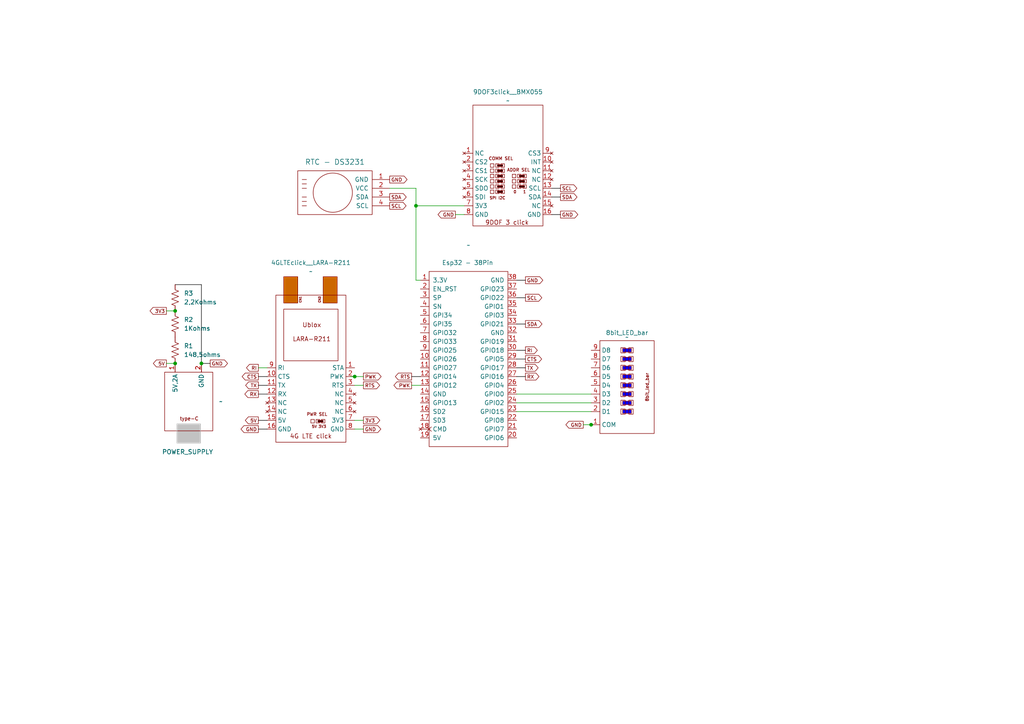
<source format=kicad_sch>
(kicad_sch (version 20250114) (generator "eeschema") (generator_version "9.0")
  (paper "A4")
  (lib_symbols
    (symbol "Device:R_US" (pin_numbers (hide yes)) (pin_names (offset 0))
      (property "Reference" "R" (at 2.54 0 90))
      (property "Value" "R_US" (at -2.54 0 90))
      (symbol "R_US_0_1"
        (polyline (pts (xy 0 2.286) (xy 0 2.54)))
        (polyline (pts (xy 0 2.286) (xy 1.016 1.905) (xy 0 1.524) (xy -1.016 1.143) (xy 0 0.762)))
        (polyline (pts (xy 0 0.762) (xy 1.016 0.381) (xy 0 0) (xy -1.016 -0.381) (xy 0 -0.762)))
        (polyline (pts (xy 0 -0.762) (xy 1.016 -1.143) (xy 0 -1.524) (xy -1.016 -1.905) (xy 0 -2.286)))
        (polyline (pts (xy 0 -2.286) (xy 0 -2.54)))
      )
      (symbol "R_US_1_1"
        (pin passive line (at 0 3.81 270) (length 1.27) (name "~") (number "1"))
        (pin passive line (at 0 -3.81 90) (length 1.27) (name "~") (number "2"))
      )
    )
    (symbol "megasaturnv_custom_components:RTC_DS3231" (pin_names (offset 1.016))
      (property "Value" "RTC - DS3231" (at -0.635 10.16 0))
      (symbol "RTC_DS3231_0_1"
        (polyline (pts (xy -10.16 5.08) (xy -8.89 5.08)))
        (polyline (pts (xy -10.16 3.81) (xy -8.89 3.81)))
        (polyline (pts (xy -10.16 2.54) (xy -8.89 2.54)))
        (polyline (pts (xy -10.16 0) (xy -8.89 0)))
        (polyline (pts (xy -10.16 -1.27) (xy -8.89 -1.27)))
        (polyline (pts (xy -10.16 -2.54) (xy -8.89 -2.54)))
        (circle (center -1.27 1.27) (radius 5.6896))
      )
      (symbol "RTC_DS3231_1_1"
        (rectangle (start -11.43 7.62) (end 10.16 -5.08))
        (pin power_in line (at 15.24 5.08 180) (length 5.08) (name "GND") (number "1"))
        (pin power_in line (at 15.24 2.54 180) (length 5.08) (name "VCC") (number "2"))
        (pin bidirectional line (at 15.24 0 180) (length 5.08) (name "SDA") (number "3"))
        (pin input line (at 15.24 -2.54 180) (length 5.08) (name "SCL") (number "4"))
      )
    )
    (symbol "mighty_esp32_38_pins-custom_library:esp32_38_pins-custom_library" (pin_names (offset 1.016))
      (property "Reference" "Esp32 - 38Pin" (at 8.636 10.16 0))
      (property "Value" "~" (at 8.89 15.24 0))
      (symbol "esp32_38_pins-custom_library_0_1"
        (rectangle (start -2.54 7.62) (end 20.32 -43.18))
      )
      (symbol "esp32_38_pins-custom_library_1_1"
        (pin power_out line (at -5.08 5.08 0) (length 2.54) (name "3.3V") (number "1"))
        (pin bidirectional line (at -5.08 2.54 0) (length 2.54) (name "EN_RST") (number "2"))
        (pin input line (at -5.08 0 0) (length 2.54) (name "SP") (number "3"))
        (pin input line (at -5.08 -2.54 0) (length 2.54) (name "SN") (number "4"))
        (pin input line (at -5.08 -5.08 0) (length 2.54) (name "GPI34") (number "5"))
        (pin input line (at -5.08 -7.62 0) (length 2.54) (name "GPI35") (number "6"))
        (pin bidirectional line (at -5.08 -10.16 0) (length 2.54) (name "GPIO32") (number "7"))
        (pin bidirectional line (at -5.08 -12.7 0) (length 2.54) (name "GPIO33") (number "8"))
        (pin bidirectional line (at -5.08 -15.24 0) (length 2.54) (name "GPIO25") (number "9"))
        (pin bidirectional line (at -5.08 -17.78 0) (length 2.54) (name "GPIO26") (number "10"))
        (pin bidirectional line (at -5.08 -20.32 0) (length 2.54) (name "GPIO27") (number "11"))
        (pin bidirectional line (at -5.08 -22.86 0) (length 2.54) (name "GPIO14") (number "12"))
        (pin bidirectional line (at -5.08 -25.4 0) (length 2.54) (name "GPIO12") (number "13"))
        (pin passive line (at -5.08 -27.94 0) (length 2.54) (name "GND") (number "14"))
        (pin bidirectional line (at -5.08 -30.48 0) (length 2.54) (name "GPIO13") (number "15"))
        (pin bidirectional line (at -5.08 -33.02 0) (length 2.54) (name "SD2") (number "16"))
        (pin bidirectional line (at -5.08 -35.56 0) (length 2.54) (name "SD3") (number "17"))
        (pin no_connect non_logic (at -5.08 -38.1 0) (length 2.54) (name "CMD") (number "18"))
        (pin power_in line (at -5.08 -40.64 0) (length 2.54) (name "5V") (number "19"))
        (pin passive line (at 22.86 5.08 180) (length 2.54) (name "GND") (number "38"))
        (pin bidirectional line (at 22.86 2.54 180) (length 2.54) (name "GPIO23") (number "37"))
        (pin bidirectional line (at 22.86 0 180) (length 2.54) (name "GPIO22") (number "36"))
        (pin bidirectional line (at 22.86 -2.54 180) (length 2.54) (name "GPIO1") (number "35"))
        (pin bidirectional line (at 22.86 -5.08 180) (length 2.54) (name "GPIO3") (number "34"))
        (pin bidirectional line (at 22.86 -7.62 180) (length 2.54) (name "GPIO21") (number "33"))
        (pin passive line (at 22.86 -10.16 180) (length 2.54) (name "GND") (number "32"))
        (pin bidirectional line (at 22.86 -12.7 180) (length 2.54) (name "GPIO19") (number "31"))
        (pin bidirectional line (at 22.86 -15.24 180) (length 2.54) (name "GPIO18") (number "30"))
        (pin bidirectional line (at 22.86 -17.78 180) (length 2.54) (name "GPIO5") (number "29"))
        (pin bidirectional line (at 22.86 -20.32 180) (length 2.54) (name "GPIO17") (number "28"))
        (pin bidirectional line (at 22.86 -22.86 180) (length 2.54) (name "GPIO16") (number "27"))
        (pin bidirectional line (at 22.86 -25.4 180) (length 2.54) (name "GPIO4") (number "26"))
        (pin bidirectional line (at 22.86 -27.94 180) (length 2.54) (name "GPIO0") (number "25"))
        (pin bidirectional line (at 22.86 -30.48 180) (length 2.54) (name "GPIO2") (number "24"))
        (pin bidirectional line (at 22.86 -33.02 180) (length 2.54) (name "GPIO15") (number "23"))
        (pin bidirectional line (at 22.86 -35.56 180) (length 2.54) (name "GPIO8") (number "22"))
        (pin bidirectional line (at 22.86 -38.1 180) (length 2.54) (name "GPIO7") (number "21"))
        (pin bidirectional line (at 22.86 -40.64 180) (length 2.54) (name "GPIO6") (number "20"))
      )
    )
    (symbol "minha_8bit_led_bar:8bit_led_bar"
      (property "Reference" "8bit_LED_bar" (at 45.466 -25.4 0))
      (property "Value" "~" (at 41.91 -7.62 0))
      (symbol "8bit_led_bar_0_1"
        (rectangle (start 31.75 -28.956) (end 58.674 -44.704))
        (rectangle (start 37.338 -35.052) (end 38.862 -36.322))
        (rectangle (start 37.338 -37.338) (end 38.862 -38.608))
        (rectangle (start 39.878 -35.052) (end 41.402 -36.322))
        (rectangle (start 39.878 -37.338) (end 41.402 -38.608))
        (rectangle (start 42.418 -35.052) (end 43.942 -36.322))
        (rectangle (start 42.418 -37.338) (end 43.942 -38.608))
        (rectangle (start 44.958 -35.052) (end 46.482 -36.322))
        (rectangle (start 44.958 -37.338) (end 46.482 -38.608))
        (rectangle (start 47.498 -35.052) (end 49.022 -36.322))
        (rectangle (start 47.498 -37.338) (end 49.022 -38.608))
        (rectangle (start 50.038 -35.052) (end 51.562 -36.322))
        (rectangle (start 50.038 -37.338) (end 51.562 -38.608))
        (rectangle (start 52.578 -35.052) (end 54.102 -36.322))
        (rectangle (start 52.578 -37.338) (end 54.102 -38.608))
        (rectangle (start 55.118 -35.052) (end 56.642 -36.322))
        (rectangle (start 55.118 -37.338) (end 56.642 -38.608))
      )
      (symbol "8bit_led_bar_1_1"
        (rectangle (start 37.592 -35.56) (end 38.608 -38.1) (fill (type color) (color 0 0 255 1)))
        (rectangle (start 40.132 -35.56) (end 41.148 -38.1) (fill (type color) (color 0 0 255 1)))
        (rectangle (start 42.672 -35.56) (end 43.688 -38.1) (fill (type color) (color 0 0 255 1)))
        (rectangle (start 45.212 -35.56) (end 46.228 -38.1) (fill (type color) (color 0 0 255 1)))
        (rectangle (start 47.752 -35.56) (end 48.768 -38.1) (fill (type color) (color 0 0 255 1)))
        (rectangle (start 50.292 -35.56) (end 51.308 -38.1) (fill (type color) (color 0 0 255 1)))
        (rectangle (start 52.832 -35.56) (end 53.848 -38.1) (fill (type color) (color 0 0 255 1)))
        (rectangle (start 55.372 -35.56) (end 56.388 -38.1) (fill (type color) (color 0 0 255 1)))
        (text "8bit_led_bar" (at 45.212 -30.988 0) (effects (font (size 0.9 0.9))))
        (pin passive line (at 34.29 -47.244 90) (length 2.54) (name "COM") (number "1"))
        (pin input line (at 38.1 -47.244 90) (length 2.54) (name "D1") (number "2"))
        (pin input line (at 40.64 -47.244 90) (length 2.54) (name "D2") (number "3"))
        (pin input line (at 43.18 -47.244 90) (length 2.54) (name "D3") (number "4"))
        (pin input line (at 45.72 -47.244 90) (length 2.54) (name "D4") (number "5"))
        (pin input line (at 48.26 -47.244 90) (length 2.54) (name "D5") (number "6"))
        (pin input line (at 50.8 -47.244 90) (length 2.54) (name "D6") (number "7"))
        (pin input line (at 53.34 -47.244 90) (length 2.54) (name "D7") (number "8"))
        (pin input line (at 55.88 -47.244 90) (length 2.54) (name "D8") (number "9"))
      )
    )
    (symbol "minha_POWER_SUPPLY:POWER_SUPPLY_5V_2A"
      (property "Reference" "POWER_SUPPLY" (at 50.8 -12.1921 0))
      (property "Value" "~" (at 50.8 -9.779 0))
      (symbol "POWER_SUPPLY_5V_2A_0_1"
        (rectangle (start 35.052 -18.288) (end 49.022 -1.27))
      )
      (symbol "POWER_SUPPLY_5V_2A_1_1"
        (rectangle (start 38.608 -21.844) (end 45.466 -16.256) (stroke (width 0) (color 194 194 194 1)) (fill (type color) (color 194 194 194 1)))
        (text "type-C" (at 42.164 -14.732 0) (effects (font (size 1 1))))
        (pin power_out line (at 38.1 1.27 270) (length 2.54) (name "5V,2A") (number "1"))
        (pin passive line (at 45.72 1.27 270) (length 2.54) (name "GND") (number "2"))
      )
    )
    (symbol "minha_bmx055:9DOF_3_click_-_BMX055_RESISTENCIAS"
      (property "Reference" "9DOF3click-BMX055" (at 41.91 -5.08 0))
      (property "Value" "~" (at 41.91 -7.62 0))
      (symbol "9DOF_3_click_-_BMX055_RESISTENCIAS_0_1"
        (rectangle (start 31.75 -8.89) (end 52.07 -43.942))
      )
      (symbol "9DOF_3_click_-_BMX055_RESISTENCIAS_1_1"
        (rectangle (start 36.83 -25.908) (end 37.846 -26.924))
        (rectangle (start 36.83 -27.432) (end 37.846 -28.448))
        (rectangle (start 36.83 -28.956) (end 37.846 -29.972))
        (rectangle (start 36.83 -30.48) (end 37.846 -31.496))
        (rectangle (start 36.83 -32.004) (end 37.846 -33.02))
        (rectangle (start 36.83 -33.528) (end 37.846 -34.544))
        (rectangle (start 38.354 -25.908) (end 39.37 -26.924))
        (rectangle (start 38.354 -27.432) (end 39.37 -28.448))
        (rectangle (start 38.354 -28.956) (end 39.37 -29.972))
        (rectangle (start 38.354 -30.48) (end 39.37 -31.496))
        (rectangle (start 38.354 -32.004) (end 39.37 -33.02))
        (rectangle (start 38.354 -33.528) (end 39.37 -34.544))
        (rectangle (start 38.862 -26.162) (end 40.386 -26.67) (fill (type color) (color 0 0 0 1)))
        (rectangle (start 38.862 -27.686) (end 40.386 -28.194) (fill (type color) (color 0 0 0 1)))
        (rectangle (start 38.862 -29.21) (end 40.386 -29.718) (fill (type color) (color 0 0 0 1)))
        (rectangle (start 38.862 -30.734) (end 40.386 -31.242) (fill (type color) (color 0 0 0 1)))
        (rectangle (start 38.862 -32.258) (end 40.386 -32.766) (fill (type color) (color 0 0 0 1)))
        (rectangle (start 38.862 -33.782) (end 40.386 -34.29) (fill (type color) (color 0 0 0 1)))
        (rectangle (start 39.878 -25.908) (end 40.894 -26.924))
        (rectangle (start 39.878 -27.432) (end 40.894 -28.448))
        (rectangle (start 39.878 -28.956) (end 40.894 -29.972))
        (rectangle (start 39.878 -30.48) (end 40.894 -31.496))
        (rectangle (start 39.878 -32.004) (end 40.894 -33.02))
        (rectangle (start 39.878 -33.528) (end 40.894 -34.544))
        (rectangle (start 43.18 -28.956) (end 44.196 -29.972))
        (rectangle (start 43.18 -30.48) (end 44.196 -31.496))
        (rectangle (start 43.18 -32.004) (end 44.196 -33.02))
        (rectangle (start 44.704 -28.956) (end 45.72 -29.972))
        (rectangle (start 44.704 -30.48) (end 45.72 -31.496))
        (rectangle (start 44.704 -32.004) (end 45.72 -33.02))
        (rectangle (start 45.212 -29.21) (end 46.736 -29.718) (fill (type color) (color 0 0 0 1)))
        (rectangle (start 45.212 -30.734) (end 46.736 -31.242) (fill (type color) (color 0 0 0 1)))
        (rectangle (start 45.212 -32.258) (end 46.736 -32.766) (fill (type color) (color 0 0 0 1)))
        (rectangle (start 46.228 -28.956) (end 47.244 -29.972))
        (rectangle (start 46.228 -30.48) (end 47.244 -31.496))
        (rectangle (start 46.228 -32.004) (end 47.244 -33.02))
        (text "SPI\n" (at 37.592 -35.814 0) (effects (font (size 0.8 0.8))))
        (text "COMM SEL" (at 39.878 -24.384 0) (effects (font (size 0.9 0.9))))
        (text "I2C" (at 40.132 -35.814 0) (effects (font (size 0.8 0.8))))
        (text "9DOF 3 click" (at 41.656 -42.926 0) (effects (font (size 1.27 1.27))))
        (text "0" (at 43.942 -34.036 0) (effects (font (size 0.8 0.8))))
        (text "ADDR SEL" (at 44.958 -27.686 0) (effects (font (size 0.9 0.9))))
        (text "1\n" (at 46.736 -34.036 0) (effects (font (size 0.8 0.8))))
        (pin no_connect line (at 29.21 -22.86 0) (length 2.54) (name "NC") (number "1"))
        (pin no_connect line (at 29.21 -25.4 0) (length 2.54) (name "CS2") (number "2"))
        (pin no_connect line (at 29.21 -27.94 0) (length 2.54) (name "CS1") (number "3"))
        (pin no_connect line (at 29.21 -30.48 0) (length 2.54) (name "SCK") (number "4"))
        (pin no_connect line (at 29.21 -33.02 0) (length 2.54) (name "SDO") (number "5"))
        (pin no_connect line (at 29.21 -35.56 0) (length 2.54) (name "SDI") (number "6"))
        (pin power_in line (at 29.21 -38.1 0) (length 2.54) (name "3V3") (number "7"))
        (pin passive line (at 29.21 -40.64 0) (length 2.54) (name "GND") (number "8"))
        (pin no_connect line (at 54.61 -22.86 180) (length 2.54) (name "CS3") (number "9"))
        (pin no_connect line (at 54.61 -25.4 180) (length 2.54) (name "INT") (number "10"))
        (pin no_connect line (at 54.61 -27.94 180) (length 2.54) (name "NC") (number "11"))
        (pin no_connect line (at 54.61 -30.48 180) (length 2.54) (name "NC") (number "12"))
        (pin input line (at 54.61 -33.02 180) (length 2.54) (name "SCL") (number "13"))
        (pin bidirectional line (at 54.61 -35.56 180) (length 2.54) (name "SDA") (number "14"))
        (pin no_connect line (at 54.61 -38.1 180) (length 2.54) (name "NC") (number "15"))
        (pin passive line (at 54.61 -40.64 180) (length 2.54) (name "GND") (number "16"))
      )
    )
    (symbol "minha_lara_r211:LARA-R211-RESISTENCIAS"
      (property "Reference" "4GLTEclick__LARA-R211" (at 41.91 8.128 0))
      (property "Value" "~" (at 41.91 -7.62 0))
      (symbol "LARA-R211-RESISTENCIAS_0_1"
        (rectangle (start 31.75 -1.778) (end 52.07 -44.45))
        (rectangle (start 34.036 -5.842) (end 49.784 -20.828))
      )
      (symbol "LARA-R211-RESISTENCIAS_1_1"
        (rectangle (start 34.29 3.556) (end 38.354 -4.064) (fill (type color) (color 204 102 0 1)))
        (rectangle (start 37.846 -37.846) (end 38.862 -38.862))
        (rectangle (start 38.354 -38.1) (end 39.878 -38.608) (fill (type color) (color 0 0 0 1)))
        (rectangle (start 39.37 -37.846) (end 40.386 -38.862))
        (rectangle (start 40.894 -37.846) (end 41.91 -38.862))
        (rectangle (start 45.72 3.556) (end 49.784 -4.064) (fill (type color) (color 204 102 0 1)))
        (text "3V3" (at 38.608 -39.878 0) (effects (font (size 0.8 0.8))))
        (text "CN3" (at 39.37 -3.048 900) (effects (font (size 0.6 0.6))))
        (text "PWR SEL" (at 40.132 -36.322 0) (effects (font (size 0.9 0.9))))
        (text "5V" (at 40.894 -39.878 0) (effects (font (size 0.8 0.8))))
        (text "Ublox\n\nLARA-R211" (at 41.656 -12.446 0) (effects (font (size 1.27 1.27))))
        (text "4G LTE click" (at 41.91 -42.672 0) (effects (font (size 1.27 1.27))))
        (text "CN1" (at 44.958 -3.048 900) (effects (font (size 0.6 0.6))))
        (pin output line (at 29.21 -22.86 0) (length 2.54) (name "STA") (number "1"))
        (pin bidirectional line (at 29.21 -25.4 0) (length 2.54) (name "PWK") (number "2"))
        (pin output line (at 29.21 -27.94 0) (length 2.54) (name "RTS") (number "3"))
        (pin no_connect line (at 29.21 -30.48 0) (length 2.54) (name "NC") (number "4"))
        (pin no_connect line (at 29.21 -33.02 0) (length 2.54) (name "NC") (number "5"))
        (pin no_connect line (at 29.21 -35.56 0) (length 2.54) (name "NC") (number "6"))
        (pin power_in line (at 29.21 -38.1 0) (length 2.54) (name "3V3") (number "7"))
        (pin passive line (at 29.21 -40.64 0) (length 2.54) (name "GND") (number "8"))
        (pin output line (at 54.61 -22.86 180) (length 2.54) (name "RI") (number "9"))
        (pin input line (at 54.61 -25.4 180) (length 2.54) (name "CTS") (number "10"))
        (pin output line (at 54.61 -27.94 180) (length 2.54) (name "TX") (number "11"))
        (pin input line (at 54.61 -30.48 180) (length 2.54) (name "RX") (number "12"))
        (pin no_connect line (at 54.61 -33.02 180) (length 2.54) (name "NC") (number "13"))
        (pin no_connect line (at 54.61 -35.56 180) (length 2.54) (name "NC") (number "14"))
        (pin power_in line (at 54.61 -38.1 180) (length 2.54) (name "5V") (number "15"))
        (pin passive line (at 54.61 -40.64 180) (length 2.54) (name "GND") (number "16"))
      )
    )
  )
  (junction (at 50.8 90.17))
  (junction (at 50.8 105.41))
  (junction (at 171.45 123.19))
  (junction (at 120.65 59.69))
  (junction (at 102.87 109.22))
  (junction (at 58.42 105.41))
  (wire (pts (xy 58.42 105.41) (xy 58.42 82.55)) (stroke (width 0) (color 0 0 0 1)))
  (wire (pts (xy 149.86 93.98) (xy 152.4 93.98)) (stroke (width 0) (color 0 0 0 1)))
  (wire (pts (xy 149.86 104.14) (xy 152.4 104.14)) (stroke (width 0) (color 0 0 0 1)))
  (wire (pts (xy 105.41 109.22) (xy 102.87 109.22)))
  (wire (pts (xy 77.47 124.46) (xy 74.93 124.46)) (stroke (width 0) (color 0 0 0 1)))
  (wire (pts (xy 160.02 54.61) (xy 162.56 54.61)) (stroke (width 0) (color 0 0 0 1)))
  (wire (pts (xy 169.164 123.19) (xy 171.45 123.19)))
  (wire (pts (xy 48.26 105.41) (xy 50.8 105.41)))
  (wire (pts (xy 113.03 54.61) (xy 120.65 54.61)))
  (wire (pts (xy 160.02 57.15) (xy 162.56 57.15)) (stroke (width 0) (color 0 0 0 1)))
  (wire (pts (xy 77.47 114.3) (xy 74.93 114.3)) (stroke (width 0) (color 0 0 0 1)))
  (wire (pts (xy 149.86 106.68) (xy 152.4 106.68)) (stroke (width 0) (color 0 0 0 1)))
  (wire (pts (xy 77.47 121.92) (xy 74.93 121.92)) (stroke (width 0) (color 0 0 0 1)))
  (wire (pts (xy 160.02 62.23) (xy 162.56 62.23)) (stroke (width 0) (color 0 0 0 1)))
  (wire (pts (xy 120.65 59.69) (xy 134.62 59.69)))
  (wire (pts (xy 149.86 101.6) (xy 152.4 101.6)) (stroke (width 0) (color 0 0 0 1)))
  (wire (pts (xy 58.42 82.55) (xy 50.8 82.55)) (stroke (width 0) (color 0 0 0 1)))
  (wire (pts (xy 132.08 62.23) (xy 134.62 62.23)))
  (wire (pts (xy 74.93 106.68) (xy 77.47 106.68)))
  (wire (pts (xy 77.47 109.22) (xy 74.93 109.22)) (stroke (width 0) (color 0 0 0 1)))
  (wire (pts (xy 105.41 121.92) (xy 102.87 121.92)))
  (wire (pts (xy 149.86 119.38) (xy 171.45 119.38)))
  (wire (pts (xy 149.86 116.84) (xy 171.45 116.84)))
  (wire (pts (xy 58.42 105.41) (xy 60.96 105.41)) (stroke (width 0) (color 0 0 0 1)))
  (wire (pts (xy 48.26 90.17) (xy 50.8 90.17)))
  (wire (pts (xy 121.92 81.28) (xy 120.65 81.28)))
  (wire (pts (xy 149.86 109.22) (xy 152.4 109.22)) (stroke (width 0) (color 0 0 0 1)))
  (wire (pts (xy 77.47 111.76) (xy 74.93 111.76)) (stroke (width 0) (color 0 0 0 1)))
  (wire (pts (xy 119.38 111.76) (xy 121.92 111.76)))
  (wire (pts (xy 105.41 111.76) (xy 102.87 111.76)))
  (wire (pts (xy 171.45 123.19) (xy 171.704 123.19)))
  (wire (pts (xy 149.86 81.28) (xy 152.4 81.28)) (stroke (width 0) (color 0 0 0 1)))
  (wire (pts (xy 149.86 114.3) (xy 171.45 114.3)))
  (wire (pts (xy 121.92 109.22) (xy 119.38 109.22)) (stroke (width 0) (color 0 0 0 1)))
  (wire (pts (xy 102.87 109.22) (xy 101.6 109.22)))
  (wire (pts (xy 105.41 124.46) (xy 102.87 124.46)))
  (wire (pts (xy 120.65 59.69) (xy 120.65 81.28)))
  (wire (pts (xy 120.65 54.61) (xy 120.65 59.69)))
  (wire (pts (xy 149.86 86.36) (xy 152.4 86.36)) (stroke (width 0) (color 0 0 0 1)))
  (global_label "GND" (shape output) (at 162.56 62.23 0) (effects (font (size 1.016 1.016))) (property "Intersheetrefs" "${INTERSHEET_REFS}" (effects (hide yes))))
  (global_label "CTS" (shape output) (at 152.4 104.14 0) (effects (font (size 1.016 1.016))) (property "Intersheetrefs" "${INTERSHEET_REFS}" (effects (hide yes))))
  (global_label "CTS" (shape output) (at 74.93 109.22 180) (effects (font (size 1.016 1.016))) (property "Intersheetrefs" "${INTERSHEET_REFS}" (effects (hide yes))))
  (global_label "RI" (shape output) (at 74.93 106.68 180) (effects (font (size 1.016 1.016))) (property "Intersheetrefs" "${INTERSHEET_REFS}" (effects (hide yes))))
  (global_label "SCL" (shape output) (at 162.56 54.61 0) (effects (font (size 1.016 1.016))) (property "Intersheetrefs" "${INTERSHEET_REFS}" (effects (hide yes))))
  (global_label "3V3" (shape output) (at 48.26 90.17 180) (effects (font (size 1.016 1.016))) (property "Intersheetrefs" "${INTERSHEET_REFS}" (effects (hide yes))))
  (global_label "5V" (shape output) (at 48.26 105.41 180) (effects (font (size 1.016 1.016))) (property "Intersheetrefs" "${INTERSHEET_REFS}" (effects (hide yes))))
  (global_label "SCL" (shape output) (at 113.03 59.69 0) (effects (font (size 1.016 1.016))) (property "Intersheetrefs" "${INTERSHEET_REFS}" (effects (hide yes))))
  (global_label "3V3" (shape output) (at 105.41 121.92 0) (effects (font (size 1.016 1.016))) (property "Intersheetrefs" "${INTERSHEET_REFS}" (effects (hide yes))))
  (global_label "RX" (shape output) (at 74.93 114.3 180) (effects (font (size 1.016 1.016))) (property "Intersheetrefs" "${INTERSHEET_REFS}" (effects (hide yes))))
  (global_label "GND" (shape output) (at 113.03 52.07 0) (effects (font (size 1.016 1.016))) (property "Intersheetrefs" "${INTERSHEET_REFS}" (effects (hide yes))))
  (global_label "GND" (shape output) (at 105.41 124.46 0) (effects (font (size 1.016 1.016))) (property "Intersheetrefs" "${INTERSHEET_REFS}" (effects (hide yes))))
  (global_label "PWK" (shape output) (at 105.41 109.22 0) (effects (font (size 1.016 1.016))) (property "Intersheetrefs" "${INTERSHEET_REFS}" (effects (hide yes))))
  (global_label "5V" (shape output) (at 74.93 121.92 180) (effects (font (size 1.016 1.016))) (property "Intersheetrefs" "${INTERSHEET_REFS}" (effects (hide yes))))
  (global_label "SDA" (shape output) (at 162.56 57.15 0) (effects (font (size 1.016 1.016))) (property "Intersheetrefs" "${INTERSHEET_REFS}" (effects (hide yes))))
  (global_label "PWK" (shape output) (at 119.38 111.76 180) (effects (font (size 1.016 1.016))) (property "Intersheetrefs" "${INTERSHEET_REFS}" (effects (hide yes))))
  (global_label "GND" (shape output) (at 74.93 124.46 180) (effects (font (size 1.016 1.016))) (property "Intersheetrefs" "${INTERSHEET_REFS}" (effects (hide yes))))
  (global_label "SCL" (shape output) (at 152.4 86.36 0) (effects (font (size 1.016 1.016))) (property "Intersheetrefs" "${INTERSHEET_REFS}" (effects (hide yes))))
  (global_label "GND" (shape output) (at 132.08 62.23 180) (effects (font (size 1.016 1.016))) (property "Intersheetrefs" "${INTERSHEET_REFS}" (effects (hide yes))))
  (global_label "TX" (shape output) (at 74.93 111.76 180) (effects (font (size 1.016 1.016))) (property "Intersheetrefs" "${INTERSHEET_REFS}" (effects (hide yes))))
  (global_label "RTS" (shape output) (at 105.41 111.76 0) (effects (font (size 1.016 1.016))) (property "Intersheetrefs" "${INTERSHEET_REFS}" (effects (hide yes))))
  (global_label "SDA" (shape output) (at 152.4 93.98 0) (effects (font (size 1.016 1.016))) (property "Intersheetrefs" "${INTERSHEET_REFS}" (effects (hide yes))))
  (global_label "SDA" (shape output) (at 113.03 57.15 0) (effects (font (size 1.016 1.016))) (property "Intersheetrefs" "${INTERSHEET_REFS}" (effects (hide yes))))
  (global_label "GND" (shape output) (at 169.164 123.19 180) (effects (font (size 1.016 1.016))) (property "Intersheetrefs" "${INTERSHEET_REFS}" (effects (hide yes))))
  (global_label "TX" (shape output) (at 152.4 106.68 0) (effects (font (size 1.016 1.016))) (property "Intersheetrefs" "${INTERSHEET_REFS}" (effects (hide yes))))
  (global_label "RI" (shape output) (at 152.4 101.6 0) (effects (font (size 1.016 1.016))) (property "Intersheetrefs" "${INTERSHEET_REFS}" (effects (hide yes))))
  (global_label "RTS" (shape output) (at 119.38 109.22 180) (effects (font (size 1.016 1.016))) (property "Intersheetrefs" "${INTERSHEET_REFS}" (effects (hide yes))))
  (global_label "RX" (shape output) (at 152.4 109.22 0) (effects (font (size 1.016 1.016))) (property "Intersheetrefs" "${INTERSHEET_REFS}" (effects (hide yes))))
  (global_label "GND" (shape output) (at 152.4 81.28 0) (effects (font (size 1.016 1.016))) (property "Intersheetrefs" "${INTERSHEET_REFS}" (effects (hide yes))))
  (global_label "GND" (shape output) (at 60.96 105.41 0) (effects (font (size 1.016 1.016))) (property "Intersheetrefs" "${INTERSHEET_REFS}" (effects (hide yes))))
  (symbol (lib_id "megasaturnv_custom_components:RTC_DS3231") (at 97.79 57.15 0) (unit 1)
    (property "Reference" "U?" (effects (hide yes)))
    (property "Value" "RTC - DS3231" (at 97.155 46.99 0) (effects (font (size 1.524 1.524))))
  )
  (symbol (lib_id "Device:R_US") (at 50.8 93.98 0) (unit 1)
    (property "Reference" "R2" (at 53.34 92.7099 0) (effects (justify left)))
    (property "Value" "1Kohms" (at 53.34 95.2499 0) (effects (justify left)))
    (property "Description" "Resistor, US symbol" (effects (hide yes)))
  )
  (symbol (lib_id "minha_bmx055:9DOF_3_click_-_BMX055_RESISTENCIAS") (at 105.41 21.59 0) (unit 1)
    (property "Reference" "9DOF3click__BMX055" (at 147.32 26.67 0))
    (property "Value" "~" (at 147.32 29.21 0))
  )
  (symbol (lib_id "Device:R_US") (at 50.8 101.6 0) (unit 1)
    (property "Reference" "R1" (at 53.34 100.3299 0) (effects (justify left)))
    (property "Value" "148,5ohms" (at 53.34 102.8699 0) (effects (justify left)))
    (property "Description" "Resistor, US symbol" (effects (hide yes)))
  )
  (symbol (lib_id "Device:R_US") (at 50.8 86.36 0) (unit 1)
    (property "Reference" "R3" (at 53.34 85.0899 0) (effects (justify left)))
    (property "Value" "2,2Kohms" (at 53.34 87.6299 0) (effects (justify left)))
    (property "Description" "Resistor, US symbol" (effects (hide yes)))
  )
  (symbol (lib_id "minha_8bit_led_bar:8bit_led_bar") (at 218.694 157.48 270) (mirror x) (unit 1)
    (property "Reference" "8bit_LED_bar" (at 181.864 96.52 90))
    (property "Value" "~" (at 181.864 97.79 90))
  )
  (symbol (lib_id "mighty_esp32_38_pins-custom_library:esp32_38_pins-custom_library") (at 127 86.36 0) (unit 1)
    (property "Reference" "Esp32 - 38Pin" (at 135.636 76.2 0))
    (property "Value" "~" (at 135.89 71.12 0))
  )
  (symbol (lib_id "minha_POWER_SUPPLY:POWER_SUPPLY_5V_2A") (at 12.7 106.68 0) (unit 1)
    (property "Reference" "POWER_SUPPLY" (at 46.99 131.064 0) (effects (justify left)))
    (property "Value" "~" (at 63.5 116.459 0) (effects (justify left)))
  )
  (symbol (lib_id "minha_lara_r211:LARA-R211-RESISTENCIAS") (at 132.08 83.82 0) (mirror y) (unit 1)
    (property "Reference" "4GLTEclick__LARA-R211" (at 90.17 76.2 0))
    (property "Value" "~" (at 90.17 78.74 0))
  )
)
</source>
